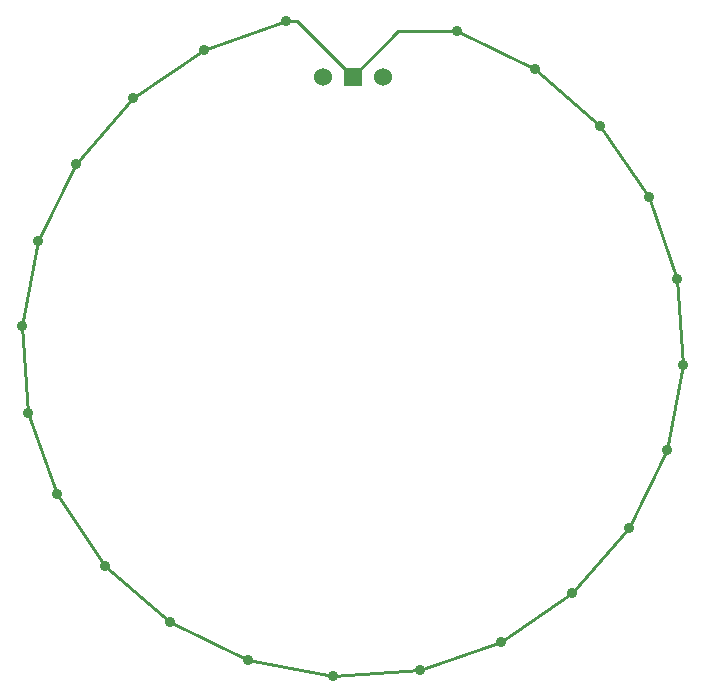
<source format=gbl>
G04 (created by PCBNEW (2013-mar-13)-testing) date Fri 11 Oct 2013 20:58:09 EST*
%MOIN*%
G04 Gerber Fmt 3.4, Leading zero omitted, Abs format*
%FSLAX34Y34*%
G01*
G70*
G90*
G04 APERTURE LIST*
%ADD10C,0.005906*%
%ADD11C,0.060000*%
%ADD12R,0.060000X0.060000*%
%ADD13C,0.035000*%
%ADD14C,0.010000*%
G04 APERTURE END LIST*
G54D10*
G54D11*
X1000Y8956D03*
G54D12*
X0Y8956D03*
G54D11*
X-1000Y8956D03*
G54D13*
X-2224Y10811D03*
X-4940Y9870D03*
X-9228Y6047D03*
X-10476Y3480D03*
X-11019Y645D03*
X-10807Y-2240D03*
X-9862Y-4956D03*
X-8248Y-7334D03*
X-6074Y-9216D03*
X-3484Y-10468D03*
X-649Y-11015D03*
X2236Y-10807D03*
X4956Y-9862D03*
X7326Y-8259D03*
X9212Y-6070D03*
X10472Y-3476D03*
X11011Y-649D03*
X3468Y10476D03*
X6066Y9220D03*
X8248Y7334D03*
X9870Y4944D03*
X10811Y2216D03*
X-7330Y8246D03*
G54D14*
X0Y8956D02*
X-1854Y10811D01*
X-1854Y10811D02*
X-2224Y10811D01*
X3468Y10476D02*
X1519Y10476D01*
X1519Y10476D02*
X0Y8956D01*
X-4940Y9870D02*
X-2224Y10811D01*
X-7330Y8246D02*
X-4940Y9870D01*
X-9228Y6047D02*
X-7330Y8246D01*
X-10476Y3480D02*
X-9228Y6051D01*
X-9228Y6051D02*
X-9228Y6047D01*
X-11019Y645D02*
X-10476Y3480D01*
X-11019Y645D02*
X-10807Y-2240D01*
X-9862Y-4956D02*
X-10807Y-2240D01*
X-8248Y-7334D02*
X-9862Y-4956D01*
X-6074Y-9216D02*
X-8248Y-7334D01*
X-3484Y-10468D02*
X-6074Y-9216D01*
X-649Y-11015D02*
X-3484Y-10468D01*
X2236Y-10807D02*
X-649Y-11015D01*
X4956Y-9862D02*
X2236Y-10807D01*
X7326Y-8259D02*
X4956Y-9862D01*
X9212Y-6070D02*
X7326Y-8259D01*
X10472Y-3476D02*
X9212Y-6070D01*
X11011Y-649D02*
X10472Y-3476D01*
X10811Y2216D02*
X11011Y-649D01*
X6066Y9220D02*
X3468Y10476D01*
X8248Y7334D02*
X6066Y9220D01*
X9870Y4944D02*
X8248Y7334D01*
X10811Y2216D02*
X9870Y4944D01*
M02*

</source>
